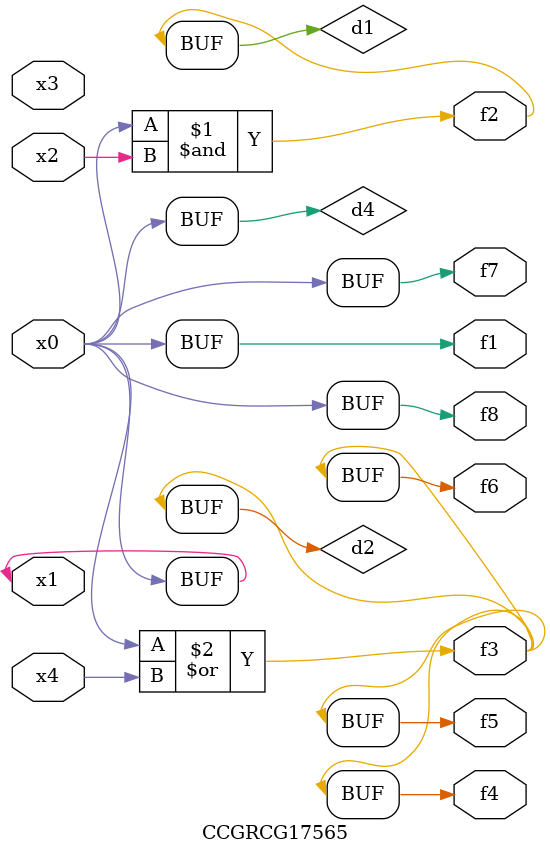
<source format=v>
module CCGRCG17565(
	input x0, x1, x2, x3, x4,
	output f1, f2, f3, f4, f5, f6, f7, f8
);

	wire d1, d2, d3, d4;

	and (d1, x0, x2);
	or (d2, x0, x4);
	nand (d3, x0, x2);
	buf (d4, x0, x1);
	assign f1 = d4;
	assign f2 = d1;
	assign f3 = d2;
	assign f4 = d2;
	assign f5 = d2;
	assign f6 = d2;
	assign f7 = d4;
	assign f8 = d4;
endmodule

</source>
